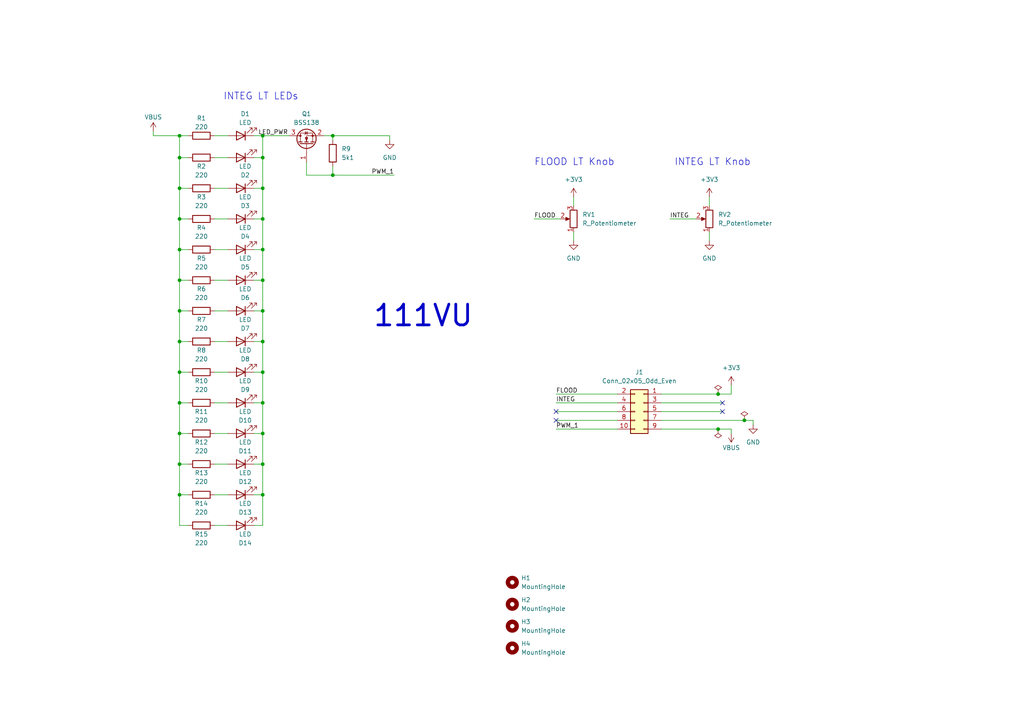
<source format=kicad_sch>
(kicad_sch (version 20230121) (generator eeschema)
  (paper "A4")
  (title_block (title "111VU") (date "2024-01-15") (rev "0.1"))
  (lib_symbols
    (symbol "Connector_Generic:Conn_02x05_Odd_Even" (pin_names (offset 1.016) hide)
      (property "Reference" "J" (at 1.27 7.62 0))
      (property "Value" "Conn_02x05_Odd_Even" (at 1.27 -7.62 0))
      (symbol "Conn_02x05_Odd_Even_1_1"
        (rectangle (start -1.27 -4.953) (end 0 -5.207) (stroke (width 0.1524)))
        (rectangle (start -1.27 -2.413) (end 0 -2.667) (stroke (width 0.1524)))
        (rectangle (start -1.27 0.127) (end 0 -0.127) (stroke (width 0.1524)))
        (rectangle (start -1.27 2.667) (end 0 2.413) (stroke (width 0.1524)))
        (rectangle (start -1.27 5.207) (end 0 4.953) (stroke (width 0.1524)))
        (rectangle (start -1.27 6.35) (end 3.81 -6.35) (stroke (width 0.254)) (fill (type background)))
        (rectangle (start 3.81 -4.953) (end 2.54 -5.207) (stroke (width 0.1524)))
        (rectangle (start 3.81 -2.413) (end 2.54 -2.667) (stroke (width 0.1524)))
        (rectangle (start 3.81 0.127) (end 2.54 -0.127) (stroke (width 0.1524)))
        (rectangle (start 3.81 2.667) (end 2.54 2.413) (stroke (width 0.1524)))
        (rectangle (start 3.81 5.207) (end 2.54 4.953) (stroke (width 0.1524)))
        (pin passive line (at -5.08 5.08 0) (length 3.81) (name "Pin_1") (number "1"))
        (pin passive line (at 7.62 -5.08 180) (length 3.81) (name "Pin_10") (number "10"))
        (pin passive line (at 7.62 5.08 180) (length 3.81) (name "Pin_2") (number "2"))
        (pin passive line (at -5.08 2.54 0) (length 3.81) (name "Pin_3") (number "3"))
        (pin passive line (at 7.62 2.54 180) (length 3.81) (name "Pin_4") (number "4"))
        (pin passive line (at -5.08 0 0) (length 3.81) (name "Pin_5") (number "5"))
        (pin passive line (at 7.62 0 180) (length 3.81) (name "Pin_6") (number "6"))
        (pin passive line (at -5.08 -2.54 0) (length 3.81) (name "Pin_7") (number "7"))
        (pin passive line (at 7.62 -2.54 180) (length 3.81) (name "Pin_8") (number "8"))
        (pin passive line (at -5.08 -5.08 0) (length 3.81) (name "Pin_9") (number "9"))
      )
    )
    (symbol "Device:LED" (pin_numbers hide) (pin_names (offset 1.016) hide)
      (property "Reference" "D" (at 0 2.54 0))
      (property "Value" "LED" (at 0 -2.54 0))
      (symbol "LED_0_1"
        (polyline (pts (xy -1.27 -1.27) (xy -1.27 1.27)) (stroke (width 0.254)))
        (polyline (pts (xy -1.27 0) (xy 1.27 0)))
        (polyline (pts (xy 1.27 -1.27) (xy 1.27 1.27) (xy -1.27 0) (xy 1.27 -1.27)) (stroke (width 0.254)))
        (polyline (pts (xy -3.048 -0.762) (xy -4.572 -2.286) (xy -3.81 -2.286) (xy -4.572 -2.286) (xy -4.572 -1.524)))
        (polyline (pts (xy -1.778 -0.762) (xy -3.302 -2.286) (xy -2.54 -2.286) (xy -3.302 -2.286) (xy -3.302 -1.524)))
      )
      (symbol "LED_1_1"
        (pin passive line (at -3.81 0 0) (length 2.54) (name "K") (number "1"))
        (pin passive line (at 3.81 0 180) (length 2.54) (name "A") (number "2"))
      )
    )
    (symbol "Device:R" (pin_numbers hide) (pin_names (offset 0))
      (property "Reference" "R" (at 2.032 0 90))
      (property "Value" "R" (at 0 0 90))
      (symbol "R_0_1"
        (rectangle (start -1.016 -2.54) (end 1.016 2.54) (stroke (width 0.254)))
      )
      (symbol "R_1_1"
        (pin passive line (at 0 3.81 270) (length 1.27) (name "~") (number "1"))
        (pin passive line (at 0 -3.81 90) (length 1.27) (name "~") (number "2"))
      )
    )
    (symbol "Device:R_Potentiometer" (pin_names (offset 1.016) hide)
      (property "Reference" "RV" (at -4.445 0 90))
      (property "Value" "R_Potentiometer" (at -2.54 0 90))
      (symbol "R_Potentiometer_0_1"
        (polyline (pts (xy 2.54 0) (xy 1.524 0)))
        (polyline (pts (xy 1.143 0) (xy 2.286 0.508) (xy 2.286 -0.508) (xy 1.143 0)) (fill (type outline)))
        (rectangle (start 1.016 2.54) (end -1.016 -2.54) (stroke (width 0.254)))
      )
      (symbol "R_Potentiometer_1_1"
        (pin passive line (at 0 3.81 270) (length 1.27) (name "1") (number "1"))
        (pin passive line (at 3.81 0 180) (length 1.27) (name "2") (number "2"))
        (pin passive line (at 0 -3.81 90) (length 1.27) (name "3") (number "3"))
      )
    )
    (symbol "Mechanical:MountingHole" (pin_names (offset 1.016))
      (property "Reference" "H" (at 0 5.08 0))
      (property "Value" "MountingHole" (at 0 3.175 0))
      (symbol "MountingHole_0_1"
        (circle (center 0 0) (radius 1.27) (stroke (width 1.27)))
      )
    )
    (symbol "Transistor_FET:2N7002K" (pin_names hide)
      (property "Reference" "Q" (at 5.08 1.905 0))
      (property "Value" "2N7002K" (at 5.08 0 0))
      (symbol "2N7002K_0_1"
        (polyline (pts (xy 0.254 0) (xy -2.54 0)))
        (polyline (pts (xy 0.254 1.905) (xy 0.254 -1.905)) (stroke (width 0.254)))
        (polyline (pts (xy 0.762 -1.27) (xy 0.762 -2.286)) (stroke (width 0.254)))
        (polyline (pts (xy 0.762 0.508) (xy 0.762 -0.508)) (stroke (width 0.254)))
        (polyline (pts (xy 0.762 2.286) (xy 0.762 1.27)) (stroke (width 0.254)))
        (polyline (pts (xy 2.54 2.54) (xy 2.54 1.778)))
        (polyline (pts (xy 2.54 -2.54) (xy 2.54 0) (xy 0.762 0)))
        (polyline (pts (xy 0.762 -1.778) (xy 3.302 -1.778) (xy 3.302 1.778) (xy 0.762 1.778)))
        (polyline (pts (xy 1.016 0) (xy 2.032 0.381) (xy 2.032 -0.381) (xy 1.016 0)) (fill (type outline)))
        (polyline (pts (xy 2.794 0.508) (xy 2.921 0.381) (xy 3.683 0.381) (xy 3.81 0.254)))
        (polyline (pts (xy 3.302 0.381) (xy 2.921 -0.254) (xy 3.683 -0.254) (xy 3.302 0.381)))
        (circle (center 1.651 0) (radius 2.794) (stroke (width 0.254)))
        (circle (center 2.54 -1.778) (radius 0.254) (fill (type outline)))
        (circle (center 2.54 1.778) (radius 0.254) (fill (type outline)))
      )
      (symbol "2N7002K_1_1"
        (pin input line (at -5.08 0 0) (length 2.54) (name "G") (number "1"))
        (pin passive line (at 2.54 -5.08 90) (length 2.54) (name "S") (number "2"))
        (pin passive line (at 2.54 5.08 270) (length 2.54) (name "D") (number "3"))
      )
    )
    (symbol "power:+3V3" (power) (pin_names (offset 0))
      (property "Value" "+3V3" (at 0 3.556 0))
      (symbol "+3V3_0_1"
        (polyline (pts (xy -0.762 1.27) (xy 0 2.54)))
        (polyline (pts (xy 0 0) (xy 0 2.54)))
        (polyline (pts (xy 0 2.54) (xy 0.762 1.27)))
      )
      (symbol "+3V3_1_1"
        (pin power_in line (at 0 0 90) (length 0) hide (name "+3V3") (number "1"))
      )
    )
    (symbol "power:GND" (power) (pin_names (offset 0))
      (property "Value" "GND" (at 0 -3.81 0))
      (symbol "GND_0_1"
        (polyline (pts (xy 0 0) (xy 0 -1.27) (xy 1.27 -1.27) (xy 0 -2.54) (xy -1.27 -1.27) (xy 0 -1.27)))
      )
      (symbol "GND_1_1"
        (pin power_in line (at 0 0 270) (length 0) hide (name "GND") (number "1"))
      )
    )
    (symbol "power:PWR_FLAG" (power) (pin_numbers hide) (pin_names (offset 0) hide)
      (property "Value" "PWR_FLAG" (at 0 3.81 0))
      (symbol "PWR_FLAG_0_0"
        (pin power_out line (at 0 0 90) (length 0) (name "pwr") (number "1"))
      )
      (symbol "PWR_FLAG_0_1"
        (polyline (pts (xy 0 0) (xy 0 1.27) (xy -1.016 1.905) (xy 0 2.54) (xy 1.016 1.905) (xy 0 1.27)))
      )
    )
    (symbol "power:VBUS" (power) (pin_names (offset 0))
      (property "Value" "VBUS" (at 0 3.81 0))
      (symbol "VBUS_0_1"
        (polyline (pts (xy -0.762 1.27) (xy 0 2.54)))
        (polyline (pts (xy 0 0) (xy 0 2.54)))
        (polyline (pts (xy 0 2.54) (xy 0.762 1.27)))
      )
      (symbol "VBUS_1_1"
        (pin power_in line (at 0 0 90) (length 0) hide (name "VBUS") (number "1"))
      )
    )
  )
  (junction (at 52.07 125.73))
  (junction (at 52.07 45.72))
  (junction (at 96.52 39.37))
  (junction (at 52.07 90.17))
  (junction (at 76.2 72.39))
  (junction (at 76.2 39.37))
  (junction (at 76.2 54.61))
  (junction (at 52.07 107.95))
  (junction (at 52.07 72.39))
  (junction (at 215.9 121.92))
  (junction (at 52.07 63.5))
  (junction (at 76.2 107.95))
  (junction (at 52.07 39.37))
  (junction (at 76.2 99.06))
  (junction (at 76.2 143.51))
  (junction (at 52.07 134.62))
  (junction (at 52.07 99.06))
  (junction (at 208.28 114.3))
  (junction (at 76.2 90.17))
  (junction (at 76.2 81.28))
  (junction (at 52.07 116.84))
  (junction (at 96.52 50.8))
  (junction (at 208.28 124.46))
  (junction (at 76.2 45.72))
  (junction (at 52.07 54.61))
  (junction (at 76.2 63.5))
  (junction (at 52.07 143.51))
  (junction (at 76.2 116.84))
  (junction (at 76.2 134.62))
  (junction (at 76.2 125.73))
  (junction (at 52.07 81.28))
  (no_connect (at 209.55 116.84))
  (no_connect (at 209.55 119.38))
  (no_connect (at 161.29 119.38))
  (no_connect (at 161.29 121.92))
  (wire (pts (xy 73.66 45.72) (xy 76.2 45.72)))
  (wire (pts (xy 76.2 63.5) (xy 76.2 72.39)))
  (wire (pts (xy 52.07 72.39) (xy 54.61 72.39)))
  (wire (pts (xy 73.66 125.73) (xy 76.2 125.73)))
  (wire (pts (xy 205.74 67.31) (xy 205.74 69.85)))
  (wire (pts (xy 76.2 72.39) (xy 76.2 81.28)))
  (wire (pts (xy 88.9 50.8) (xy 96.52 50.8)))
  (wire (pts (xy 76.2 134.62) (xy 76.2 143.51)))
  (wire (pts (xy 62.23 99.06) (xy 66.04 99.06)))
  (wire (pts (xy 52.07 125.73) (xy 54.61 125.73)))
  (wire (pts (xy 52.07 116.84) (xy 52.07 125.73)))
  (wire (pts (xy 54.61 99.06) (xy 52.07 99.06)))
  (wire (pts (xy 191.77 116.84) (xy 209.55 116.84)))
  (wire (pts (xy 161.29 124.46) (xy 179.07 124.46)))
  (wire (pts (xy 73.66 39.37) (xy 76.2 39.37)))
  (wire (pts (xy 88.9 46.99) (xy 88.9 50.8)))
  (wire (pts (xy 76.2 45.72) (xy 76.2 54.61)))
  (wire (pts (xy 62.23 152.4) (xy 66.04 152.4)))
  (wire (pts (xy 52.07 143.51) (xy 54.61 143.51)))
  (wire (pts (xy 62.23 90.17) (xy 66.04 90.17)))
  (wire (pts (xy 113.03 40.64) (xy 113.03 39.37)))
  (wire (pts (xy 52.07 63.5) (xy 52.07 72.39)))
  (wire (pts (xy 52.07 81.28) (xy 52.07 90.17)))
  (wire (pts (xy 76.2 54.61) (xy 76.2 63.5)))
  (wire (pts (xy 191.77 119.38) (xy 209.55 119.38)))
  (wire (pts (xy 52.07 54.61) (xy 54.61 54.61)))
  (wire (pts (xy 73.66 116.84) (xy 76.2 116.84)))
  (wire (pts (xy 62.23 39.37) (xy 66.04 39.37)))
  (wire (pts (xy 62.23 107.95) (xy 66.04 107.95)))
  (wire (pts (xy 62.23 143.51) (xy 66.04 143.51)))
  (wire (pts (xy 73.66 54.61) (xy 76.2 54.61)))
  (wire (pts (xy 62.23 72.39) (xy 66.04 72.39)))
  (wire (pts (xy 52.07 125.73) (xy 52.07 134.62)))
  (wire (pts (xy 205.74 57.15) (xy 205.74 59.69)))
  (wire (pts (xy 194.31 63.5) (xy 201.93 63.5)))
  (wire (pts (xy 52.07 45.72) (xy 52.07 54.61)))
  (wire (pts (xy 62.23 54.61) (xy 66.04 54.61)))
  (wire (pts (xy 76.2 107.95) (xy 76.2 116.84)))
  (wire (pts (xy 73.66 72.39) (xy 76.2 72.39)))
  (wire (pts (xy 76.2 90.17) (xy 76.2 99.06)))
  (wire (pts (xy 161.29 119.38) (xy 179.07 119.38)))
  (wire (pts (xy 191.77 121.92) (xy 215.9 121.92)))
  (wire (pts (xy 76.2 39.37) (xy 83.82 39.37)))
  (wire (pts (xy 44.45 39.37) (xy 44.45 38.1)))
  (wire (pts (xy 52.07 39.37) (xy 54.61 39.37)))
  (wire (pts (xy 52.07 54.61) (xy 52.07 63.5)))
  (wire (pts (xy 52.07 143.51) (xy 52.07 152.4)))
  (wire (pts (xy 62.23 81.28) (xy 66.04 81.28)))
  (wire (pts (xy 73.66 152.4) (xy 76.2 152.4)))
  (wire (pts (xy 44.45 39.37) (xy 52.07 39.37)))
  (wire (pts (xy 62.23 134.62) (xy 66.04 134.62)))
  (wire (pts (xy 161.29 116.84) (xy 179.07 116.84)))
  (wire (pts (xy 52.07 134.62) (xy 52.07 143.51)))
  (wire (pts (xy 73.66 143.51) (xy 76.2 143.51)))
  (wire (pts (xy 76.2 143.51) (xy 76.2 152.4)))
  (wire (pts (xy 52.07 90.17) (xy 52.07 99.06)))
  (wire (pts (xy 54.61 45.72) (xy 52.07 45.72)))
  (wire (pts (xy 76.2 81.28) (xy 76.2 90.17)))
  (wire (pts (xy 54.61 81.28) (xy 52.07 81.28)))
  (wire (pts (xy 73.66 63.5) (xy 76.2 63.5)))
  (wire (pts (xy 52.07 63.5) (xy 54.61 63.5)))
  (wire (pts (xy 73.66 81.28) (xy 76.2 81.28)))
  (wire (pts (xy 113.03 39.37) (xy 96.52 39.37)))
  (wire (pts (xy 73.66 90.17) (xy 76.2 90.17)))
  (wire (pts (xy 212.09 124.46) (xy 212.09 125.73)))
  (wire (pts (xy 62.23 125.73) (xy 66.04 125.73)))
  (wire (pts (xy 76.2 39.37) (xy 76.2 45.72)))
  (wire (pts (xy 73.66 107.95) (xy 76.2 107.95)))
  (wire (pts (xy 52.07 90.17) (xy 54.61 90.17)))
  (wire (pts (xy 52.07 107.95) (xy 52.07 116.84)))
  (wire (pts (xy 73.66 99.06) (xy 76.2 99.06)))
  (wire (pts (xy 52.07 99.06) (xy 52.07 107.95)))
  (wire (pts (xy 76.2 125.73) (xy 76.2 134.62)))
  (wire (pts (xy 54.61 116.84) (xy 52.07 116.84)))
  (wire (pts (xy 161.29 114.3) (xy 179.07 114.3)))
  (wire (pts (xy 208.28 114.3) (xy 212.09 114.3)))
  (wire (pts (xy 62.23 45.72) (xy 66.04 45.72)))
  (wire (pts (xy 218.44 121.92) (xy 218.44 123.19)))
  (wire (pts (xy 52.07 72.39) (xy 52.07 81.28)))
  (wire (pts (xy 166.37 57.15) (xy 166.37 59.69)))
  (wire (pts (xy 96.52 39.37) (xy 96.52 40.64)))
  (wire (pts (xy 62.23 63.5) (xy 66.04 63.5)))
  (wire (pts (xy 52.07 45.72) (xy 52.07 39.37)))
  (wire (pts (xy 76.2 99.06) (xy 76.2 107.95)))
  (wire (pts (xy 212.09 111.76) (xy 212.09 114.3)))
  (wire (pts (xy 76.2 116.84) (xy 76.2 125.73)))
  (wire (pts (xy 191.77 124.46) (xy 208.28 124.46)))
  (wire (pts (xy 54.61 134.62) (xy 52.07 134.62)))
  (wire (pts (xy 96.52 50.8) (xy 114.3 50.8)))
  (wire (pts (xy 54.61 152.4) (xy 52.07 152.4)))
  (wire (pts (xy 166.37 67.31) (xy 166.37 69.85)))
  (wire (pts (xy 93.98 39.37) (xy 96.52 39.37)))
  (wire (pts (xy 161.29 121.92) (xy 179.07 121.92)))
  (wire (pts (xy 96.52 48.26) (xy 96.52 50.8)))
  (wire (pts (xy 191.77 114.3) (xy 208.28 114.3)))
  (wire (pts (xy 73.66 134.62) (xy 76.2 134.62)))
  (wire (pts (xy 154.94 63.5) (xy 162.56 63.5)))
  (wire (pts (xy 215.9 121.92) (xy 218.44 121.92)))
  (wire (pts (xy 52.07 107.95) (xy 54.61 107.95)))
  (wire (pts (xy 62.23 116.84) (xy 66.04 116.84)))
  (wire (pts (xy 208.28 124.46) (xy 212.09 124.46)))
  (text "INTEG LT LEDs" (at 64.77 29.21 0) (effects (font (size 2 2)) (justify left bottom)))
  (text "FLOOD LT Knob" (at 154.94 48.26 0) (effects (font (size 2 2)) (justify left bottom)))
  (text "INTEG LT Knob" (at 195.58 48.26 0) (effects (font (size 2 2)) (justify left bottom)))
  (text "111VU" (at 107.95 95.25 0) (effects (font (size 6 6) (thickness 0.8) bold) (justify left bottom)))
  (label "PWM_1" (at 114.3 50.8 180))
  (label "FLOOD" (at 154.94 63.5 0))
  (label "FLOOD" (at 161.29 114.3 0))
  (label "INTEG" (at 194.31 63.5 0))
  (label "LED_PWR" (at 74.93 39.37 0))
  (label "PWM_1" (at 161.29 124.46 0))
  (label "INTEG" (at 161.29 116.84 0))
  (symbol (lib_id "power:VBUS") (at 212.09 125.73 180) (unit 1)
    (property "Reference" "#PWR08" (effects hide))
    (property "Value" "VBUS" (at 212.09 129.8631 0))
  )
  (symbol (lib_id "Device:R_Potentiometer") (at 205.74 63.5 180) (unit 1)
    (property "Reference" "RV2" (at 208.28 62.23 0) (effects (justify right)))
    (property "Value" "R_Potentiometer" (at 208.28 64.77 0) (effects (justify right)))
    (property "Footprint" "NiasStuff:Potentiometer_Alps_RK09L_Double_Vertical" (effects hide))
    (property "Datasheet" "https://datasheet.lcsc.com/lcsc/1912111437_ALPSALPINE-RK09L1240A12_C380211.pdf" (effects hide))
    (property "Manufracturer" "ALPSALPINE" (effects hide))
    (property "Manufracturer Part Number" "RK09L1240A12" (effects hide))
    (property "JLCPCB Part" "C380211" (effects hide))
  )
  (symbol (lib_id "Transistor_FET:2N7002K") (at 88.9 41.91 90) (unit 1)
    (property "Reference" "Q1" (at 88.9 33.02 90))
    (property "Value" "BSS138" (at 88.9 35.56 90))
    (property "Footprint" "Package_TO_SOT_SMD:SOT-23" (effects hide))
    (property "Datasheet" "https://www.diodes.com/assets/Datasheets/ds30896.pdf" (effects hide))
    (property "Manufracturer" "ElecSuper" (effects hide))
    (property "Manufracturer Part Number" "BSS138" (effects hide))
    (property "JLCPCB Part" "C414015" (effects hide))
  )
  (symbol (lib_id "Device:LED") (at 69.85 54.61 180) (unit 1)
    (property "Reference" "D3" (at 71.12 59.69 0))
    (property "Value" "LED" (at 71.12 57.15 0))
    (property "Footprint" "LED_SMD:LED_0805_2012Metric" (effects hide))
    (property "Datasheet" "https://www.lcsc.com/datasheet/lcsc_datasheet_2402181504_XINGLIGHT-XL-2012WWC-DS_C3646928.pdf" (effects hide))
    (property "Manufracturer" "XINGLIGHT" (effects hide))
    (property "Manufracturer Part Number" "XL-2012WWC-DS" (effects hide))
    (property "JLCPCB Part" "C3646928" (effects hide))
  )
  (symbol (lib_id "power:+3V3") (at 166.37 57.15 0) (unit 1)
    (property "Reference" "#PWR02" (effects hide))
    (property "Value" "+3V3" (at 166.37 52.07 0))
  )
  (symbol (lib_id "Device:R") (at 58.42 107.95 90) (unit 1)
    (property "Reference" "R10" (at 58.42 110.49 90))
    (property "Value" "220" (at 58.42 113.03 90))
    (property "Footprint" "Resistor_SMD:R_0805_2012Metric" (effects hide))
    (property "Datasheet" "https://datasheet.lcsc.com/lcsc/2206010200_UNI-ROYAL-Uniroyal-Elec-0805W8F220JT5E_C17561.pdf" (effects hide))
    (property "Manufracturer" "UNI-ROYAL(Uniroyal Elec)" (effects hide))
    (property "Manufracturer Part Number" "0805W8F220JT5E" (effects hide))
    (property "JLCPCB Part" "C17561" (effects hide))
  )
  (symbol (lib_id "Device:R") (at 58.42 63.5 90) (unit 1)
    (property "Reference" "R4" (at 58.42 66.04 90))
    (property "Value" "220" (at 58.42 68.58 90))
    (property "Footprint" "Resistor_SMD:R_0805_2012Metric" (effects hide))
    (property "Datasheet" "https://datasheet.lcsc.com/lcsc/2206010200_UNI-ROYAL-Uniroyal-Elec-0805W8F220JT5E_C17561.pdf" (effects hide))
    (property "Manufracturer" "UNI-ROYAL(Uniroyal Elec)" (effects hide))
    (property "Manufracturer Part Number" "0805W8F220JT5E" (effects hide))
    (property "JLCPCB Part" "C17561" (effects hide))
  )
  (symbol (lib_id "Device:R") (at 58.42 45.72 90) (unit 1)
    (property "Reference" "R2" (at 58.42 48.26 90))
    (property "Value" "220" (at 58.42 50.8 90))
    (property "Footprint" "Resistor_SMD:R_0805_2012Metric" (effects hide))
    (property "Datasheet" "https://datasheet.lcsc.com/lcsc/2206010200_UNI-ROYAL-Uniroyal-Elec-0805W8F220JT5E_C17561.pdf" (effects hide))
    (property "Manufracturer" "UNI-ROYAL(Uniroyal Elec)" (effects hide))
    (property "Manufracturer Part Number" "0805W8F220JT5E" (effects hide))
    (property "JLCPCB Part" "C17561" (effects hide))
  )
  (symbol (lib_id "Device:R_Potentiometer") (at 166.37 63.5 180) (unit 1)
    (property "Reference" "RV1" (at 168.91 62.23 0) (effects (justify right)))
    (property "Value" "R_Potentiometer" (at 168.91 64.77 0) (effects (justify right)))
    (property "Footprint" "NiasStuff:Potentiometer_Alps_RK09L_Double_Vertical" (effects hide))
    (property "Datasheet" "https://datasheet.lcsc.com/lcsc/1912111437_ALPSALPINE-RK09L1240A12_C380211.pdf" (effects hide))
    (property "Manufracturer" "ALPSALPINE" (effects hide))
    (property "Manufracturer Part Number" "RK09L1240A12" (effects hide))
    (property "JLCPCB Part" "C380211" (effects hide))
  )
  (symbol (lib_id "Device:R") (at 58.42 81.28 90) (unit 1)
    (property "Reference" "R6" (at 58.42 83.82 90))
    (property "Value" "220" (at 58.42 86.36 90))
    (property "Footprint" "Resistor_SMD:R_0805_2012Metric" (effects hide))
    (property "Datasheet" "https://datasheet.lcsc.com/lcsc/2206010200_UNI-ROYAL-Uniroyal-Elec-0805W8F220JT5E_C17561.pdf" (effects hide))
    (property "Manufracturer" "UNI-ROYAL(Uniroyal Elec)" (effects hide))
    (property "Manufracturer Part Number" "0805W8F220JT5E" (effects hide))
    (property "JLCPCB Part" "C17561" (effects hide))
  )
  (symbol (lib_id "Device:R") (at 58.42 152.4 90) (unit 1)
    (property "Reference" "R15" (at 58.42 154.94 90))
    (property "Value" "220" (at 58.42 157.48 90))
    (property "Footprint" "Resistor_SMD:R_0805_2012Metric" (effects hide))
    (property "Datasheet" "https://datasheet.lcsc.com/lcsc/2206010200_UNI-ROYAL-Uniroyal-Elec-0805W8F220JT5E_C17561.pdf" (effects hide))
    (property "Manufracturer" "UNI-ROYAL(Uniroyal Elec)" (effects hide))
    (property "Manufracturer Part Number" "0805W8F220JT5E" (effects hide))
    (property "JLCPCB Part" "C17561" (effects hide))
  )
  (symbol (lib_id "Device:LED") (at 69.85 152.4 180) (unit 1)
    (property "Reference" "D14" (at 71.12 157.48 0))
    (property "Value" "LED" (at 71.12 154.94 0))
    (property "Footprint" "LED_SMD:LED_0805_2012Metric" (effects hide))
    (property "Datasheet" "https://www.lcsc.com/datasheet/lcsc_datasheet_2402181504_XINGLIGHT-XL-2012WWC-DS_C3646928.pdf" (effects hide))
    (property "Manufracturer" "XINGLIGHT" (effects hide))
    (property "Manufracturer Part Number" "XL-2012WWC-DS" (effects hide))
    (property "JLCPCB Part" "C3646928" (effects hide))
  )
  (symbol (lib_id "power:GND") (at 166.37 69.85 0) (unit 1)
    (property "Reference" "#PWR03" (effects hide))
    (property "Value" "GND" (at 166.37 74.93 0))
  )
  (symbol (lib_id "Device:R") (at 58.42 72.39 90) (unit 1)
    (property "Reference" "R5" (at 58.42 74.93 90))
    (property "Value" "220" (at 58.42 77.47 90))
    (property "Footprint" "Resistor_SMD:R_0805_2012Metric" (effects hide))
    (property "Datasheet" "https://datasheet.lcsc.com/lcsc/2206010200_UNI-ROYAL-Uniroyal-Elec-0805W8F220JT5E_C17561.pdf" (effects hide))
    (property "Manufracturer" "UNI-ROYAL(Uniroyal Elec)" (effects hide))
    (property "Manufracturer Part Number" "0805W8F220JT5E" (effects hide))
    (property "JLCPCB Part" "C17561" (effects hide))
  )
  (symbol (lib_id "Connector_Generic:Conn_02x05_Odd_Even") (at 186.69 119.38 0) (mirror y) (unit 1)
    (property "Reference" "J1" (at 185.42 107.95 0))
    (property "Value" "Conn_02x05_Odd_Even" (at 185.42 110.49 0))
    (property "Footprint" "Connector_IDC:IDC-Header_2x05_P2.54mm_Vertical" (effects hide))
    (property "Datasheet" "https://www.lcsc.com/datasheet/lcsc_datasheet_1810281612_BOOMELE-Boom-Precision-Elec-2-54-2-5P_C5665.pdf" (effects hide))
    (property "JLCPCB Part" "C5665" (effects hide))
    (property "Manufracturer" "BOOMELE(Boom Precision Elec)" (effects hide))
    (property "Manufracturer Part Number" "2.54-2*5P" (effects hide))
  )
  (symbol (lib_id "power:GND") (at 205.74 69.85 0) (unit 1)
    (property "Reference" "#PWR05" (effects hide))
    (property "Value" "GND" (at 205.74 74.93 0))
  )
  (symbol (lib_id "Device:LED") (at 69.85 99.06 180) (unit 1)
    (property "Reference" "D8" (at 71.12 104.14 0))
    (property "Value" "LED" (at 71.12 101.6 0))
    (property "Footprint" "LED_SMD:LED_0805_2012Metric" (effects hide))
    (property "Datasheet" "https://www.lcsc.com/datasheet/lcsc_datasheet_2402181504_XINGLIGHT-XL-2012WWC-DS_C3646928.pdf" (effects hide))
    (property "Manufracturer" "XINGLIGHT" (effects hide))
    (property "Manufracturer Part Number" "XL-2012WWC-DS" (effects hide))
    (property "JLCPCB Part" "C3646928" (effects hide))
  )
  (symbol (lib_id "power:+3V3") (at 212.09 111.76 0) (unit 1)
    (property "Reference" "#PWR07" (effects hide))
    (property "Value" "+3V3" (at 212.09 106.68 0))
  )
  (symbol (lib_id "Device:LED") (at 69.85 116.84 180) (unit 1)
    (property "Reference" "D10" (at 71.12 121.92 0))
    (property "Value" "LED" (at 71.12 119.38 0))
    (property "Footprint" "LED_SMD:LED_0805_2012Metric" (effects hide))
    (property "Datasheet" "https://www.lcsc.com/datasheet/lcsc_datasheet_2402181504_XINGLIGHT-XL-2012WWC-DS_C3646928.pdf" (effects hide))
    (property "Manufracturer" "XINGLIGHT" (effects hide))
    (property "Manufracturer Part Number" "XL-2012WWC-DS" (effects hide))
    (property "JLCPCB Part" "C3646928" (effects hide))
  )
  (symbol (lib_id "Device:R") (at 58.42 134.62 90) (unit 1)
    (property "Reference" "R13" (at 58.42 137.16 90))
    (property "Value" "220" (at 58.42 139.7 90))
    (property "Footprint" "Resistor_SMD:R_0805_2012Metric" (effects hide))
    (property "Datasheet" "https://datasheet.lcsc.com/lcsc/2206010200_UNI-ROYAL-Uniroyal-Elec-0805W8F220JT5E_C17561.pdf" (effects hide))
    (property "Manufracturer" "UNI-ROYAL(Uniroyal Elec)" (effects hide))
    (property "Manufracturer Part Number" "0805W8F220JT5E" (effects hide))
    (property "JLCPCB Part" "C17561" (effects hide))
  )
  (symbol (lib_id "Device:R") (at 58.42 39.37 90) (unit 1)
    (property "Reference" "R1" (at 58.42 34.29 90))
    (property "Value" "220" (at 58.42 36.83 90))
    (property "Footprint" "Resistor_SMD:R_0805_2012Metric" (effects hide))
    (property "Datasheet" "https://datasheet.lcsc.com/lcsc/2206010200_UNI-ROYAL-Uniroyal-Elec-0805W8F220JT5E_C17561.pdf" (effects hide))
    (property "Manufracturer" "UNI-ROYAL(Uniroyal Elec)" (effects hide))
    (property "Manufracturer Part Number" "0805W8F220JT5E" (effects hide))
    (property "JLCPCB Part" "C17561" (effects hide))
  )
  (symbol (lib_id "Mechanical:MountingHole") (at 148.59 168.91 0) (unit 1) (in_bom no)
    (property "Reference" "H1" (at 151.13 167.64 0) (effects (justify left)))
    (property "Value" "MountingHole" (at 151.13 170.18 0) (effects (justify left)))
    (property "Footprint" "MountingHole:MountingHole_2.2mm_M2" (effects hide))
  )
  (symbol (lib_id "Device:LED") (at 69.85 125.73 180) (unit 1)
    (property "Reference" "D11" (at 71.12 130.81 0))
    (property "Value" "LED" (at 71.12 128.27 0))
    (property "Footprint" "LED_SMD:LED_0805_2012Metric" (effects hide))
    (property "Datasheet" "https://www.lcsc.com/datasheet/lcsc_datasheet_2402181504_XINGLIGHT-XL-2012WWC-DS_C3646928.pdf" (effects hide))
    (property "Manufracturer" "XINGLIGHT" (effects hide))
    (property "Manufracturer Part Number" "XL-2012WWC-DS" (effects hide))
    (property "JLCPCB Part" "C3646928" (effects hide))
  )
  (symbol (lib_id "Device:LED") (at 69.85 72.39 180) (unit 1)
    (property "Reference" "D5" (at 71.12 77.47 0))
    (property "Value" "LED" (at 71.12 74.93 0))
    (property "Footprint" "LED_SMD:LED_0805_2012Metric" (effects hide))
    (property "Datasheet" "https://www.lcsc.com/datasheet/lcsc_datasheet_2402181504_XINGLIGHT-XL-2012WWC-DS_C3646928.pdf" (effects hide))
    (property "Manufracturer" "XINGLIGHT" (effects hide))
    (property "Manufracturer Part Number" "XL-2012WWC-DS" (effects hide))
    (property "JLCPCB Part" "C3646928" (effects hide))
  )
  (symbol (lib_id "Mechanical:MountingHole") (at 148.59 187.96 0) (unit 1) (in_bom no)
    (property "Reference" "H4" (at 151.13 186.69 0) (effects (justify left)))
    (property "Value" "MountingHole" (at 151.13 189.23 0) (effects (justify left)))
    (property "Footprint" "MountingHole:MountingHole_2.2mm_M2" (effects hide))
  )
  (symbol (lib_id "Device:R") (at 58.42 125.73 90) (unit 1)
    (property "Reference" "R12" (at 58.42 128.27 90))
    (property "Value" "220" (at 58.42 130.81 90))
    (property "Footprint" "Resistor_SMD:R_0805_2012Metric" (effects hide))
    (property "Datasheet" "https://datasheet.lcsc.com/lcsc/2206010200_UNI-ROYAL-Uniroyal-Elec-0805W8F220JT5E_C17561.pdf" (effects hide))
    (property "Manufracturer" "UNI-ROYAL(Uniroyal Elec)" (effects hide))
    (property "Manufracturer Part Number" "0805W8F220JT5E" (effects hide))
    (property "JLCPCB Part" "C17561" (effects hide))
  )
  (symbol (lib_id "Device:LED") (at 69.85 39.37 180) (unit 1)
    (property "Reference" "D1" (at 71.12 33.02 0))
    (property "Value" "LED" (at 71.12 35.56 0))
    (property "Footprint" "LED_SMD:LED_0805_2012Metric" (effects hide))
    (property "Datasheet" "https://www.lcsc.com/datasheet/lcsc_datasheet_2402181504_XINGLIGHT-XL-2012WWC-DS_C3646928.pdf" (effects hide))
    (property "Manufracturer" "XINGLIGHT" (effects hide))
    (property "Manufracturer Part Number" "XL-2012WWC-DS" (effects hide))
    (property "JLCPCB Part" "C3646928" (effects hide))
  )
  (symbol (lib_id "Device:R") (at 58.42 143.51 90) (unit 1)
    (property "Reference" "R14" (at 58.42 146.05 90))
    (property "Value" "220" (at 58.42 148.59 90))
    (property "Footprint" "Resistor_SMD:R_0805_2012Metric" (effects hide))
    (property "Datasheet" "https://datasheet.lcsc.com/lcsc/2206010200_UNI-ROYAL-Uniroyal-Elec-0805W8F220JT5E_C17561.pdf" (effects hide))
    (property "Manufracturer" "UNI-ROYAL(Uniroyal Elec)" (effects hide))
    (property "Manufracturer Part Number" "0805W8F220JT5E" (effects hide))
    (property "JLCPCB Part" "C17561" (effects hide))
  )
  (symbol (lib_id "power:+3V3") (at 205.74 57.15 0) (unit 1)
    (property "Reference" "#PWR04" (effects hide))
    (property "Value" "+3V3" (at 205.74 52.07 0))
  )
  (symbol (lib_id "power:GND") (at 113.03 40.64 0) (unit 1)
    (property "Reference" "#PWR06" (effects hide))
    (property "Value" "GND" (at 113.03 45.72 0))
  )
  (symbol (lib_id "Device:R") (at 58.42 90.17 90) (unit 1)
    (property "Reference" "R7" (at 58.42 92.71 90))
    (property "Value" "220" (at 58.42 95.25 90))
    (property "Footprint" "Resistor_SMD:R_0805_2012Metric" (effects hide))
    (property "Datasheet" "https://datasheet.lcsc.com/lcsc/2206010200_UNI-ROYAL-Uniroyal-Elec-0805W8F220JT5E_C17561.pdf" (effects hide))
    (property "Manufracturer" "UNI-ROYAL(Uniroyal Elec)" (effects hide))
    (property "Manufracturer Part Number" "0805W8F220JT5E" (effects hide))
    (property "JLCPCB Part" "C17561" (effects hide))
  )
  (symbol (lib_id "Mechanical:MountingHole") (at 148.59 175.26 0) (unit 1) (in_bom no)
    (property "Reference" "H2" (at 151.13 173.99 0) (effects (justify left)))
    (property "Value" "MountingHole" (at 151.13 176.53 0) (effects (justify left)))
    (property "Footprint" "MountingHole:MountingHole_2.2mm_M2" (effects hide))
  )
  (symbol (lib_id "Device:LED") (at 69.85 134.62 180) (unit 1)
    (property "Reference" "D12" (at 71.12 139.7 0))
    (property "Value" "LED" (at 71.12 137.16 0))
    (property "Footprint" "LED_SMD:LED_0805_2012Metric" (effects hide))
    (property "Datasheet" "https://www.lcsc.com/datasheet/lcsc_datasheet_2402181504_XINGLIGHT-XL-2012WWC-DS_C3646928.pdf" (effects hide))
    (property "Manufracturer" "XINGLIGHT" (effects hide))
    (property "Manufracturer Part Number" "XL-2012WWC-DS" (effects hide))
    (property "JLCPCB Part" "C3646928" (effects hide))
  )
  (symbol (lib_id "Device:R") (at 58.42 99.06 90) (unit 1)
    (property "Reference" "R8" (at 58.42 101.6 90))
    (property "Value" "220" (at 58.42 104.14 90))
    (property "Footprint" "Resistor_SMD:R_0805_2012Metric" (effects hide))
    (property "Datasheet" "https://datasheet.lcsc.com/lcsc/2206010200_UNI-ROYAL-Uniroyal-Elec-0805W8F220JT5E_C17561.pdf" (effects hide))
    (property "Manufracturer" "UNI-ROYAL(Uniroyal Elec)" (effects hide))
    (property "Manufracturer Part Number" "0805W8F220JT5E" (effects hide))
    (property "JLCPCB Part" "C17561" (effects hide))
  )
  (symbol (lib_id "Device:LED") (at 69.85 63.5 180) (unit 1)
    (property "Reference" "D4" (at 71.12 68.58 0))
    (property "Value" "LED" (at 71.12 66.04 0))
    (property "Footprint" "LED_SMD:LED_0805_2012Metric" (effects hide))
    (property "Datasheet" "https://www.lcsc.com/datasheet/lcsc_datasheet_2402181504_XINGLIGHT-XL-2012WWC-DS_C3646928.pdf" (effects hide))
    (property "Manufracturer" "XINGLIGHT" (effects hide))
    (property "Manufracturer Part Number" "XL-2012WWC-DS" (effects hide))
    (property "JLCPCB Part" "C3646928" (effects hide))
  )
  (symbol (lib_id "power:PWR_FLAG") (at 215.9 121.92 0) (unit 1)
    (property "Reference" "#FLG03" (effects hide))
    (property "Value" "PWR_FLAG" (effects hide))
  )
  (symbol (lib_id "Device:R") (at 96.52 44.45 180) (unit 1)
    (property "Reference" "R9" (at 99.06 43.18 0) (effects (justify right)))
    (property "Value" "5k1" (at 99.06 45.72 0) (effects (justify right)))
    (property "Footprint" "Resistor_SMD:R_0603_1608Metric" (effects hide))
    (property "Datasheet" "https://www.lcsc.com/datasheet/lcsc_datasheet_2206010116_UNI-ROYAL-Uniroyal-Elec-0603WAF5101T5E_C23186.pdf" (effects hide))
    (property "JLCPCB Part" "C23186" (effects hide))
    (property "Manufracturer" "UNI-ROYAL(Uniroyal Elec)" (effects hide))
    (property "Manufracturer Part Number" "0603WAF5101T5E" (effects hide))
  )
  (symbol (lib_id "Mechanical:MountingHole") (at 148.59 181.61 0) (unit 1) (in_bom no)
    (property "Reference" "H3" (at 151.13 180.34 0) (effects (justify left)))
    (property "Value" "MountingHole" (at 151.13 182.88 0) (effects (justify left)))
    (property "Footprint" "MountingHole:MountingHole_2.2mm_M2" (effects hide))
  )
  (symbol (lib_id "Device:LED") (at 69.85 107.95 180) (unit 1)
    (property "Reference" "D9" (at 71.12 113.03 0))
    (property "Value" "LED" (at 71.12 110.49 0))
    (property "Footprint" "LED_SMD:LED_0805_2012Metric" (effects hide))
    (property "Datasheet" "https://www.lcsc.com/datasheet/lcsc_datasheet_2402181504_XINGLIGHT-XL-2012WWC-DS_C3646928.pdf" (effects hide))
    (property "Manufracturer" "XINGLIGHT" (effects hide))
    (property "Manufracturer Part Number" "XL-2012WWC-DS" (effects hide))
    (property "JLCPCB Part" "C3646928" (effects hide))
  )
  (symbol (lib_id "Device:LED") (at 69.85 81.28 180) (unit 1)
    (property "Reference" "D6" (at 71.12 86.36 0))
    (property "Value" "LED" (at 71.12 83.82 0))
    (property "Footprint" "LED_SMD:LED_0805_2012Metric" (effects hide))
    (property "Datasheet" "https://www.lcsc.com/datasheet/lcsc_datasheet_2402181504_XINGLIGHT-XL-2012WWC-DS_C3646928.pdf" (effects hide))
    (property "Manufracturer" "XINGLIGHT" (effects hide))
    (property "Manufracturer Part Number" "XL-2012WWC-DS" (effects hide))
    (property "JLCPCB Part" "C3646928" (effects hide))
  )
  (symbol (lib_id "power:PWR_FLAG") (at 208.28 124.46 180) (unit 1)
    (property "Reference" "#FLG02" (effects hide))
    (property "Value" "PWR_FLAG" (effects hide))
  )
  (symbol (lib_id "power:GND") (at 218.44 123.19 0) (unit 1)
    (property "Reference" "#PWR09" (effects hide))
    (property "Value" "GND" (at 218.44 128.27 0))
  )
  (symbol (lib_id "power:VBUS") (at 44.45 38.1 0) (unit 1)
    (property "Reference" "#PWR01" (effects hide))
    (property "Value" "VBUS" (at 44.45 33.9669 0))
  )
  (symbol (lib_id "Device:LED") (at 69.85 143.51 180) (unit 1)
    (property "Reference" "D13" (at 71.12 148.59 0))
    (property "Value" "LED" (at 71.12 146.05 0))
    (property "Footprint" "LED_SMD:LED_0805_2012Metric" (effects hide))
    (property "Datasheet" "https://www.lcsc.com/datasheet/lcsc_datasheet_2402181504_XINGLIGHT-XL-2012WWC-DS_C3646928.pdf" (effects hide))
    (property "Manufracturer" "XINGLIGHT" (effects hide))
    (property "Manufracturer Part Number" "XL-2012WWC-DS" (effects hide))
    (property "JLCPCB Part" "C3646928" (effects hide))
  )
  (symbol (lib_id "Device:LED") (at 69.85 90.17 180) (unit 1)
    (property "Reference" "D7" (at 71.12 95.25 0))
    (property "Value" "LED" (at 71.12 92.71 0))
    (property "Footprint" "LED_SMD:LED_0805_2012Metric" (effects hide))
    (property "Datasheet" "https://www.lcsc.com/datasheet/lcsc_datasheet_2402181504_XINGLIGHT-XL-2012WWC-DS_C3646928.pdf" (effects hide))
    (property "Manufracturer" "XINGLIGHT" (effects hide))
    (property "Manufracturer Part Number" "XL-2012WWC-DS" (effects hide))
    (property "JLCPCB Part" "C3646928" (effects hide))
  )
  (symbol (lib_id "Device:R") (at 58.42 54.61 90) (unit 1)
    (property "Reference" "R3" (at 58.42 57.15 90))
    (property "Value" "220" (at 58.42 59.69 90))
    (property "Footprint" "Resistor_SMD:R_0805_2012Metric" (effects hide))
    (property "Datasheet" "https://datasheet.lcsc.com/lcsc/2206010200_UNI-ROYAL-Uniroyal-Elec-0805W8F220JT5E_C17561.pdf" (effects hide))
    (property "Manufracturer" "UNI-ROYAL(Uniroyal Elec)" (effects hide))
    (property "Manufracturer Part Number" "0805W8F220JT5E" (effects hide))
    (property "JLCPCB Part" "C17561" (effects hide))
  )
  (symbol (lib_id "power:PWR_FLAG") (at 208.28 114.3 0) (unit 1)
    (property "Reference" "#FLG01" (effects hide))
    (property "Value" "PWR_FLAG" (effects hide))
  )
  (symbol (lib_id "Device:LED") (at 69.85 45.72 180) (unit 1)
    (property "Reference" "D2" (at 71.12 50.8 0))
    (property "Value" "LED" (at 71.12 48.26 0))
    (property "Footprint" "LED_SMD:LED_0805_2012Metric" (effects hide))
    (property "Datasheet" "https://www.lcsc.com/datasheet/lcsc_datasheet_2402181504_XINGLIGHT-XL-2012WWC-DS_C3646928.pdf" (effects hide))
    (property "Manufracturer" "XINGLIGHT" (effects hide))
    (property "Manufracturer Part Number" "XL-2012WWC-DS" (effects hide))
    (property "JLCPCB Part" "C3646928" (effects hide))
  )
  (symbol (lib_id "Device:R") (at 58.42 116.84 90) (unit 1)
    (property "Reference" "R11" (at 58.42 119.38 90))
    (property "Value" "220" (at 58.42 121.92 90))
    (property "Footprint" "Resistor_SMD:R_0805_2012Metric" (effects hide))
    (property "Datasheet" "https://datasheet.lcsc.com/lcsc/2206010200_UNI-ROYAL-Uniroyal-Elec-0805W8F220JT5E_C17561.pdf" (effects hide))
    (property "Manufracturer" "UNI-ROYAL(Uniroyal Elec)" (effects hide))
    (property "Manufracturer Part Number" "0805W8F220JT5E" (effects hide))
    (property "JLCPCB Part" "C17561" (effects hide))
  )
)
</source>
